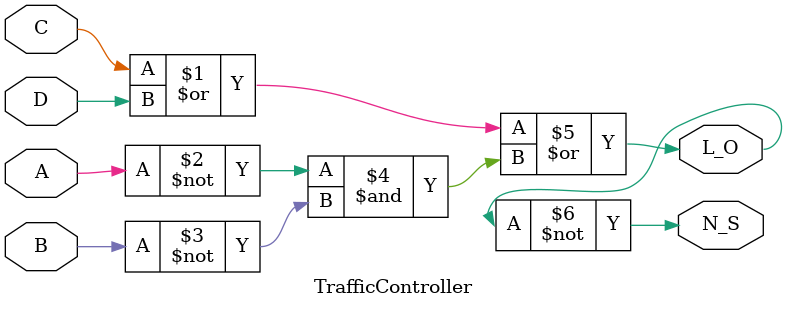
<source format=v>
module TrafficController (
    input wire A,
    input wire B,
    input wire C,
    input wire D,
    output wire L_O,
    output wire N_S
);
    assign L_O = C | D | (~A & ~B);
    assign N_S = ~L_O;

endmodule
</source>
